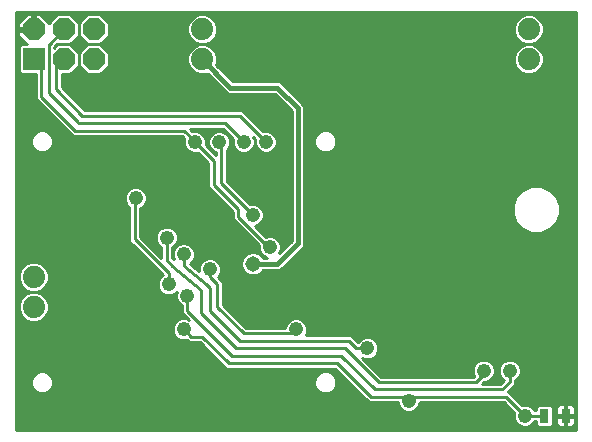
<source format=gbl>
G75*
G70*
%OFA0B0*%
%FSLAX24Y24*%
%IPPOS*%
%LPD*%
%AMOC8*
5,1,8,0,0,1.08239X$1,22.5*
%
%ADD10R,0.0740X0.0740*%
%ADD11OC8,0.0740*%
%ADD12C,0.0740*%
%ADD13R,0.0315X0.0472*%
%ADD14C,0.0515*%
%ADD15C,0.0100*%
%ADD16C,0.0554*%
%ADD17C,0.0476*%
%ADD18C,0.0160*%
D10*
X000910Y013121D03*
D11*
X001910Y013121D03*
X002910Y013121D03*
X002910Y014121D03*
X001910Y014121D03*
X000910Y014121D03*
D12*
X006535Y014121D03*
X006535Y013121D03*
X000910Y005871D03*
X000910Y004871D03*
X017410Y013121D03*
X017410Y014121D03*
D13*
X017931Y001246D03*
X018640Y001246D03*
D14*
X014285Y001184D03*
X012160Y001184D03*
X007910Y002371D03*
X008973Y004996D03*
X008223Y006309D03*
X010223Y008621D03*
X003035Y007746D03*
X000785Y008496D03*
X002410Y002371D03*
D15*
X000310Y000771D02*
X000310Y014717D01*
X019005Y014717D01*
X019005Y000771D01*
X000310Y000771D01*
X000310Y000773D02*
X019005Y000773D01*
X019005Y000872D02*
X018857Y000872D01*
X018855Y000870D02*
X018889Y000890D01*
X018917Y000918D01*
X018937Y000952D01*
X018947Y000990D01*
X018947Y001218D01*
X018669Y001218D01*
X018669Y001275D01*
X018947Y001275D01*
X018947Y001502D01*
X018937Y001540D01*
X018917Y001575D01*
X018889Y001603D01*
X018855Y001622D01*
X018817Y001633D01*
X018668Y001633D01*
X018668Y001275D01*
X018611Y001275D01*
X018611Y001633D01*
X018462Y001633D01*
X018424Y001622D01*
X018390Y001603D01*
X018362Y001575D01*
X018342Y001540D01*
X018332Y001502D01*
X018332Y001275D01*
X018611Y001275D01*
X018611Y001218D01*
X018332Y001218D01*
X018332Y000990D01*
X018342Y000952D01*
X018362Y000918D01*
X018390Y000890D01*
X018424Y000870D01*
X018462Y000860D01*
X018611Y000860D01*
X018611Y001217D01*
X018668Y001217D01*
X018668Y000860D01*
X018817Y000860D01*
X018855Y000870D01*
X018942Y000970D02*
X019005Y000970D01*
X019005Y001069D02*
X018947Y001069D01*
X018947Y001167D02*
X019005Y001167D01*
X019005Y001266D02*
X018669Y001266D01*
X018611Y001266D02*
X018218Y001266D01*
X018218Y001364D02*
X018332Y001364D01*
X018332Y001463D02*
X018218Y001463D01*
X018218Y001536D02*
X018142Y001613D01*
X017720Y001613D01*
X017643Y001536D01*
X017643Y001426D01*
X017609Y001426D01*
X017597Y001455D01*
X017494Y001558D01*
X017358Y001614D01*
X017212Y001614D01*
X017184Y001602D01*
X016840Y001946D01*
X016735Y002051D01*
X016720Y002051D01*
X016965Y002297D01*
X016965Y002423D01*
X016994Y002435D01*
X017097Y002538D01*
X017153Y002673D01*
X017153Y002819D01*
X017097Y002955D01*
X016994Y003058D01*
X016858Y003114D01*
X016712Y003114D01*
X016577Y003058D01*
X016473Y002955D01*
X016417Y002819D01*
X016417Y002673D01*
X016473Y002538D01*
X016577Y002435D01*
X016589Y002430D01*
X016461Y002301D01*
X015845Y002301D01*
X015922Y002379D01*
X015983Y002379D01*
X016119Y002435D01*
X016222Y002538D01*
X016278Y002673D01*
X016278Y002819D01*
X016222Y002955D01*
X016119Y003058D01*
X015983Y003114D01*
X015837Y003114D01*
X015702Y003058D01*
X015598Y002955D01*
X015542Y002819D01*
X015542Y002673D01*
X015591Y002556D01*
X015586Y002551D01*
X012485Y002551D01*
X011869Y003167D01*
X011962Y003129D01*
X012108Y003129D01*
X012244Y003185D01*
X012347Y003288D01*
X012403Y003423D01*
X012403Y003569D01*
X012347Y003705D01*
X012244Y003808D01*
X012108Y003864D01*
X011962Y003864D01*
X011827Y003808D01*
X011723Y003705D01*
X011718Y003693D01*
X011590Y003821D01*
X011485Y003926D01*
X009977Y003926D01*
X010028Y004048D01*
X010028Y004194D01*
X009972Y004330D01*
X009869Y004433D01*
X009733Y004489D01*
X009587Y004489D01*
X009452Y004433D01*
X009348Y004330D01*
X009292Y004194D01*
X009292Y004176D01*
X007985Y004176D01*
X007215Y004946D01*
X007215Y005696D01*
X007110Y005801D01*
X007048Y005864D01*
X007097Y005913D01*
X007153Y006048D01*
X007153Y006194D01*
X007097Y006330D01*
X006994Y006433D01*
X006858Y006489D01*
X006712Y006489D01*
X006577Y006433D01*
X006473Y006330D01*
X006417Y006194D01*
X006417Y006058D01*
X006116Y006309D01*
X006119Y006310D01*
X006222Y006413D01*
X006278Y006548D01*
X006278Y006694D01*
X006222Y006830D01*
X006119Y006933D01*
X005983Y006989D01*
X005837Y006989D01*
X005702Y006933D01*
X005598Y006830D01*
X005542Y006694D01*
X005542Y006548D01*
X005581Y006455D01*
X005529Y006507D01*
X005529Y006859D01*
X005557Y006871D01*
X005661Y006974D01*
X005717Y007109D01*
X005717Y007256D01*
X005661Y007391D01*
X005557Y007494D01*
X005422Y007550D01*
X005276Y007550D01*
X005141Y007494D01*
X005037Y007391D01*
X004981Y007256D01*
X004981Y007109D01*
X005037Y006974D01*
X005141Y006871D01*
X005169Y006859D01*
X005169Y006507D01*
X005169Y006492D01*
X004465Y007196D01*
X004465Y008162D01*
X004519Y008185D01*
X004622Y008288D01*
X004678Y008423D01*
X004678Y008569D01*
X004622Y008705D01*
X004519Y008808D01*
X004383Y008864D01*
X004237Y008864D01*
X004102Y008808D01*
X003998Y008705D01*
X003942Y008569D01*
X003942Y008423D01*
X003998Y008288D01*
X004102Y008185D01*
X004105Y008183D01*
X004105Y007047D01*
X004211Y006941D01*
X005214Y005938D01*
X005202Y005933D01*
X005098Y005830D01*
X005042Y005694D01*
X005042Y005548D01*
X005098Y005413D01*
X005202Y005310D01*
X005337Y005254D01*
X005483Y005254D01*
X005619Y005310D01*
X005695Y005386D01*
X005667Y005319D01*
X005667Y005173D01*
X005723Y005038D01*
X005827Y004935D01*
X005855Y004923D01*
X005855Y004672D01*
X005961Y004566D01*
X006077Y004451D01*
X005983Y004489D01*
X005837Y004489D01*
X005702Y004433D01*
X005598Y004330D01*
X005542Y004194D01*
X005542Y004048D01*
X005598Y003913D01*
X005702Y003810D01*
X005837Y003754D01*
X005983Y003754D01*
X006012Y003765D01*
X006086Y003691D01*
X006235Y003691D01*
X006461Y003691D01*
X007336Y002816D01*
X007485Y002816D01*
X010961Y002816D01*
X012086Y001691D01*
X012235Y001691D01*
X013042Y001691D01*
X013042Y001673D01*
X013098Y001538D01*
X013202Y001435D01*
X013337Y001379D01*
X013483Y001379D01*
X013619Y001435D01*
X013722Y001538D01*
X013778Y001673D01*
X013778Y001691D01*
X016586Y001691D01*
X016929Y001348D01*
X016917Y001319D01*
X016917Y001173D01*
X016973Y001038D01*
X017077Y000935D01*
X017212Y000879D01*
X017358Y000879D01*
X017494Y000935D01*
X017597Y001038D01*
X017609Y001066D01*
X017643Y001066D01*
X017643Y000956D01*
X017720Y000880D01*
X018142Y000880D01*
X018218Y000956D01*
X018218Y001536D01*
X018193Y001562D02*
X018355Y001562D01*
X018611Y001562D02*
X018668Y001562D01*
X018668Y001463D02*
X018611Y001463D01*
X018611Y001364D02*
X018668Y001364D01*
X018668Y001167D02*
X018611Y001167D01*
X018611Y001069D02*
X018668Y001069D01*
X018668Y000970D02*
X018611Y000970D01*
X018611Y000872D02*
X018668Y000872D01*
X018422Y000872D02*
X000310Y000872D01*
X000310Y000970D02*
X017041Y000970D01*
X016961Y001069D02*
X000310Y001069D01*
X000310Y001167D02*
X016920Y001167D01*
X016917Y001266D02*
X000310Y001266D01*
X000310Y001364D02*
X016913Y001364D01*
X016814Y001463D02*
X013647Y001463D01*
X013732Y001562D02*
X016715Y001562D01*
X016617Y001660D02*
X013773Y001660D01*
X013535Y001871D02*
X013410Y001746D01*
X013535Y001871D02*
X016660Y001871D01*
X017285Y001246D01*
X017931Y001246D01*
X017931Y001246D01*
X018218Y001167D02*
X018332Y001167D01*
X018332Y001069D02*
X018218Y001069D01*
X018218Y000970D02*
X018337Y000970D01*
X017643Y000970D02*
X017529Y000970D01*
X017589Y001463D02*
X017643Y001463D01*
X017669Y001562D02*
X017485Y001562D01*
X017126Y001660D02*
X019005Y001660D01*
X019005Y001562D02*
X018925Y001562D01*
X018947Y001463D02*
X019005Y001463D01*
X019005Y001364D02*
X018947Y001364D01*
X019005Y001759D02*
X017027Y001759D01*
X016929Y001857D02*
X019005Y001857D01*
X019005Y001956D02*
X016830Y001956D01*
X016723Y002054D02*
X019005Y002054D01*
X019005Y002153D02*
X016821Y002153D01*
X016920Y002251D02*
X019005Y002251D01*
X019005Y002350D02*
X016965Y002350D01*
X017007Y002448D02*
X019005Y002448D01*
X019005Y002547D02*
X017101Y002547D01*
X017142Y002646D02*
X019005Y002646D01*
X019005Y002744D02*
X017153Y002744D01*
X017143Y002843D02*
X019005Y002843D01*
X019005Y002941D02*
X017103Y002941D01*
X017012Y003040D02*
X019005Y003040D01*
X019005Y003138D02*
X012132Y003138D01*
X011996Y003040D02*
X015684Y003040D01*
X015593Y002941D02*
X012095Y002941D01*
X012193Y002843D02*
X015552Y002843D01*
X015542Y002744D02*
X012292Y002744D01*
X012391Y002646D02*
X015554Y002646D01*
X015660Y002371D02*
X015910Y002621D01*
X015910Y002746D01*
X016278Y002744D02*
X016417Y002744D01*
X016427Y002843D02*
X016268Y002843D01*
X016228Y002941D02*
X016468Y002941D01*
X016559Y003040D02*
X016137Y003040D01*
X016267Y002646D02*
X016429Y002646D01*
X016470Y002547D02*
X016226Y002547D01*
X016132Y002448D02*
X016563Y002448D01*
X016509Y002350D02*
X015893Y002350D01*
X015660Y002371D02*
X012410Y002371D01*
X011285Y003496D01*
X007660Y003496D01*
X006474Y004683D01*
X006474Y005433D01*
X005535Y006246D01*
X005349Y006433D01*
X005349Y007183D01*
X005664Y006981D02*
X005819Y006981D01*
X005705Y007080D02*
X008260Y007080D01*
X008358Y006981D02*
X006002Y006981D01*
X006169Y006883D02*
X008417Y006883D01*
X008417Y006922D02*
X008417Y006798D01*
X008473Y006663D01*
X008577Y006560D01*
X008675Y006519D01*
X008555Y006519D01*
X008551Y006528D01*
X008442Y006637D01*
X008300Y006696D01*
X008146Y006696D01*
X008003Y006637D01*
X007894Y006528D01*
X007835Y006386D01*
X007835Y006232D01*
X007894Y006089D01*
X008003Y005980D01*
X008146Y005921D01*
X008300Y005921D01*
X008442Y005980D01*
X008551Y006089D01*
X008555Y006099D01*
X008948Y006099D01*
X009122Y006099D01*
X009810Y006786D01*
X009933Y006909D01*
X009933Y011409D01*
X009933Y011583D01*
X009245Y012271D01*
X009122Y012394D01*
X007560Y012394D01*
X007005Y012949D01*
X007035Y013022D01*
X007035Y013221D01*
X006959Y013405D01*
X006818Y013545D01*
X006635Y013621D01*
X006436Y013621D01*
X006635Y013621D01*
X006818Y013697D01*
X006959Y013838D01*
X007035Y014022D01*
X007035Y014221D01*
X006959Y014405D01*
X006818Y014545D01*
X006635Y014621D01*
X006436Y014621D01*
X006252Y014545D01*
X006111Y014405D01*
X006035Y014221D01*
X006035Y014022D01*
X006111Y013838D01*
X006252Y013697D01*
X006436Y013621D01*
X006252Y013545D01*
X006111Y013405D01*
X006035Y013221D01*
X006035Y013022D01*
X006111Y012838D01*
X006252Y012697D01*
X006436Y012621D01*
X006635Y012621D01*
X006708Y012652D01*
X007386Y011974D01*
X007560Y011974D01*
X008948Y011974D01*
X009513Y011409D01*
X009513Y007083D01*
X009100Y006671D01*
X009153Y006798D01*
X009153Y006944D01*
X009097Y007080D01*
X009509Y007080D01*
X009513Y007179D02*
X008998Y007179D01*
X008994Y007183D02*
X008858Y007239D01*
X008712Y007239D01*
X008640Y007209D01*
X008610Y007239D01*
X008282Y007566D01*
X008296Y007566D01*
X008431Y007622D01*
X008535Y007726D01*
X008591Y007861D01*
X008591Y008007D01*
X008535Y008142D01*
X008431Y008246D01*
X008296Y008302D01*
X008150Y008302D01*
X008121Y008290D01*
X007340Y009071D01*
X007340Y009984D01*
X007340Y010094D01*
X007410Y010163D01*
X007466Y010298D01*
X007466Y010444D01*
X007410Y010580D01*
X007306Y010683D01*
X007171Y010739D01*
X007025Y010739D01*
X006889Y010683D01*
X006786Y010580D01*
X006730Y010444D01*
X006730Y010298D01*
X006786Y010163D01*
X006889Y010060D01*
X006980Y010022D01*
X006980Y009984D01*
X006980Y009931D01*
X006641Y010270D01*
X006653Y010298D01*
X006653Y010444D01*
X006597Y010580D01*
X006494Y010683D01*
X006358Y010739D01*
X006212Y010739D01*
X006199Y010734D01*
X006116Y010816D01*
X007211Y010816D01*
X007554Y010473D01*
X007542Y010444D01*
X007542Y010298D01*
X007598Y010163D01*
X007702Y010060D01*
X007837Y010004D01*
X007983Y010004D01*
X008119Y010060D01*
X008222Y010163D01*
X008278Y010298D01*
X008278Y010444D01*
X008239Y010538D01*
X008304Y010473D01*
X008292Y010444D01*
X008292Y010298D01*
X008348Y010163D01*
X008452Y010060D01*
X008587Y010004D01*
X008733Y010004D01*
X008869Y010060D01*
X008972Y010163D01*
X009028Y010298D01*
X009028Y010444D01*
X008972Y010580D01*
X008869Y010683D01*
X008733Y010739D01*
X008587Y010739D01*
X008559Y010727D01*
X007965Y011321D01*
X007860Y011426D01*
X002610Y011426D01*
X001840Y012196D01*
X001840Y012621D01*
X002117Y012621D01*
X002410Y012914D01*
X002703Y012621D01*
X003117Y012621D01*
X003410Y012914D01*
X003410Y013328D01*
X003117Y013621D01*
X002703Y013621D01*
X002410Y013328D01*
X002410Y012914D01*
X002410Y013328D01*
X002117Y013621D01*
X001703Y013621D01*
X001590Y013508D01*
X001590Y013547D01*
X001684Y013641D01*
X001703Y013621D01*
X002117Y013621D01*
X002410Y013914D01*
X002703Y013621D01*
X003117Y013621D01*
X003410Y013914D01*
X003410Y014328D01*
X003117Y014621D01*
X002703Y014621D01*
X002410Y014328D01*
X002410Y013914D01*
X002410Y014328D01*
X002117Y014621D01*
X001703Y014621D01*
X001424Y014343D01*
X001126Y014641D01*
X000960Y014641D01*
X000960Y014171D01*
X000860Y014171D01*
X000860Y014071D01*
X000390Y014071D01*
X000390Y013906D01*
X000675Y013621D01*
X000486Y013621D01*
X000410Y013545D01*
X000410Y012697D01*
X000486Y012621D01*
X000980Y012621D01*
X000980Y011797D01*
X001086Y011691D01*
X002211Y010566D01*
X002360Y010566D01*
X005857Y010566D01*
X005935Y010488D01*
X005917Y010444D01*
X005917Y010298D01*
X005973Y010163D01*
X006077Y010060D01*
X006212Y010004D01*
X006358Y010004D01*
X006387Y010015D01*
X006730Y009672D01*
X006730Y009008D01*
X006730Y008859D01*
X007543Y008047D01*
X007543Y007946D01*
X007543Y007797D01*
X008417Y006922D01*
X008423Y006784D02*
X006241Y006784D01*
X006278Y006686D02*
X008120Y006686D01*
X007953Y006587D02*
X006278Y006587D01*
X006253Y006489D02*
X006711Y006489D01*
X006859Y006489D02*
X007878Y006489D01*
X007837Y006390D02*
X007036Y006390D01*
X007113Y006292D02*
X007835Y006292D01*
X007851Y006193D02*
X007153Y006193D01*
X007153Y006095D02*
X007892Y006095D01*
X007988Y005996D02*
X007131Y005996D01*
X007081Y005897D02*
X019005Y005897D01*
X019005Y005799D02*
X007112Y005799D01*
X007211Y005700D02*
X019005Y005700D01*
X019005Y005602D02*
X007215Y005602D01*
X007215Y005503D02*
X019005Y005503D01*
X019005Y005405D02*
X007215Y005405D01*
X007215Y005306D02*
X019005Y005306D01*
X019005Y005208D02*
X007215Y005208D01*
X007215Y005109D02*
X019005Y005109D01*
X019005Y005011D02*
X007215Y005011D01*
X007249Y004912D02*
X019005Y004912D01*
X019005Y004814D02*
X007348Y004814D01*
X007446Y004715D02*
X019005Y004715D01*
X019005Y004616D02*
X007545Y004616D01*
X007643Y004518D02*
X019005Y004518D01*
X019005Y004419D02*
X009882Y004419D01*
X009976Y004321D02*
X019005Y004321D01*
X019005Y004222D02*
X010016Y004222D01*
X010028Y004124D02*
X019005Y004124D01*
X019005Y004025D02*
X010018Y004025D01*
X009978Y003927D02*
X019005Y003927D01*
X019005Y003828D02*
X012195Y003828D01*
X012322Y003730D02*
X019005Y003730D01*
X019005Y003631D02*
X012378Y003631D01*
X012403Y003532D02*
X019005Y003532D01*
X019005Y003434D02*
X012403Y003434D01*
X012367Y003335D02*
X019005Y003335D01*
X019005Y003237D02*
X012296Y003237D01*
X012035Y003496D02*
X011660Y003496D01*
X011410Y003746D01*
X007785Y003746D01*
X006785Y004746D01*
X006785Y005496D01*
X006660Y005621D01*
X005910Y006246D01*
X005910Y006621D01*
X005567Y006489D02*
X005547Y006489D01*
X005542Y006587D02*
X005529Y006587D01*
X005529Y006686D02*
X005542Y006686D01*
X005529Y006784D02*
X005580Y006784D01*
X005569Y006883D02*
X005652Y006883D01*
X005717Y007179D02*
X008161Y007179D01*
X008062Y007277D02*
X005708Y007277D01*
X005667Y007376D02*
X007964Y007376D01*
X007865Y007474D02*
X005577Y007474D01*
X005120Y007474D02*
X004465Y007474D01*
X004465Y007376D02*
X005031Y007376D01*
X004990Y007277D02*
X004465Y007277D01*
X004482Y007179D02*
X004981Y007179D01*
X004993Y007080D02*
X004581Y007080D01*
X004680Y006981D02*
X005034Y006981D01*
X005128Y006883D02*
X004778Y006883D01*
X004877Y006784D02*
X005169Y006784D01*
X005169Y006686D02*
X004975Y006686D01*
X005074Y006587D02*
X005169Y006587D01*
X004860Y006292D02*
X001197Y006292D01*
X001193Y006295D02*
X001010Y006371D01*
X000811Y006371D01*
X000627Y006295D01*
X000486Y006155D01*
X000410Y005971D01*
X000410Y005772D01*
X000486Y005588D01*
X000627Y005447D01*
X000811Y005371D01*
X001010Y005371D01*
X000811Y005371D01*
X000627Y005295D01*
X000486Y005155D01*
X000410Y004971D01*
X000410Y004772D01*
X000486Y004588D01*
X000627Y004447D01*
X000811Y004371D01*
X001010Y004371D01*
X001193Y004447D01*
X001334Y004588D01*
X001410Y004772D01*
X001410Y004971D01*
X001334Y005155D01*
X001193Y005295D01*
X001010Y005371D01*
X001193Y005447D01*
X001334Y005588D01*
X001410Y005772D01*
X001410Y005971D01*
X001334Y006155D01*
X001193Y006295D01*
X001296Y006193D02*
X004959Y006193D01*
X005057Y006095D02*
X001359Y006095D01*
X001400Y005996D02*
X005156Y005996D01*
X005166Y005897D02*
X001410Y005897D01*
X001410Y005799D02*
X005086Y005799D01*
X005045Y005700D02*
X001381Y005700D01*
X001340Y005602D02*
X005042Y005602D01*
X005061Y005503D02*
X001249Y005503D01*
X001090Y005405D02*
X005107Y005405D01*
X005210Y005306D02*
X001167Y005306D01*
X001281Y005208D02*
X005667Y005208D01*
X005667Y005306D02*
X005611Y005306D01*
X005694Y005109D02*
X001353Y005109D01*
X001394Y005011D02*
X005751Y005011D01*
X005855Y004912D02*
X001410Y004912D01*
X001410Y004814D02*
X005855Y004814D01*
X005855Y004715D02*
X001387Y004715D01*
X001346Y004616D02*
X005911Y004616D01*
X006009Y004518D02*
X001264Y004518D01*
X001126Y004419D02*
X005688Y004419D01*
X005595Y004321D02*
X000310Y004321D01*
X000310Y004419D02*
X000695Y004419D01*
X000557Y004518D02*
X000310Y004518D01*
X000310Y004616D02*
X000475Y004616D01*
X000434Y004715D02*
X000310Y004715D01*
X000310Y004814D02*
X000410Y004814D01*
X000410Y004912D02*
X000310Y004912D01*
X000310Y005011D02*
X000427Y005011D01*
X000468Y005109D02*
X000310Y005109D01*
X000310Y005208D02*
X000539Y005208D01*
X000654Y005306D02*
X000310Y005306D01*
X000310Y005405D02*
X000730Y005405D01*
X000571Y005503D02*
X000310Y005503D01*
X000310Y005602D02*
X000481Y005602D01*
X000440Y005700D02*
X000310Y005700D01*
X000310Y005799D02*
X000410Y005799D01*
X000410Y005897D02*
X000310Y005897D01*
X000310Y005996D02*
X000421Y005996D01*
X000462Y006095D02*
X000310Y006095D01*
X000310Y006193D02*
X000525Y006193D01*
X000623Y006292D02*
X000310Y006292D01*
X000310Y006390D02*
X004762Y006390D01*
X004663Y006489D02*
X000310Y006489D01*
X000310Y006587D02*
X004565Y006587D01*
X004466Y006686D02*
X000310Y006686D01*
X000310Y006784D02*
X004368Y006784D01*
X004269Y006883D02*
X000310Y006883D01*
X000310Y006981D02*
X004171Y006981D01*
X004211Y006941D02*
X004211Y006941D01*
X004105Y007080D02*
X000310Y007080D01*
X000310Y007179D02*
X004105Y007179D01*
X004105Y007277D02*
X000310Y007277D01*
X000310Y007376D02*
X004105Y007376D01*
X004105Y007474D02*
X000310Y007474D01*
X000310Y007573D02*
X004105Y007573D01*
X004105Y007671D02*
X000310Y007671D01*
X000310Y007770D02*
X004105Y007770D01*
X004105Y007868D02*
X000310Y007868D01*
X000310Y007967D02*
X004105Y007967D01*
X004105Y008065D02*
X000310Y008065D01*
X000310Y008164D02*
X004105Y008164D01*
X004024Y008263D02*
X000310Y008263D01*
X000310Y008361D02*
X003968Y008361D01*
X003942Y008460D02*
X000310Y008460D01*
X000310Y008558D02*
X003942Y008558D01*
X003979Y008657D02*
X000310Y008657D01*
X000310Y008755D02*
X004049Y008755D01*
X004212Y008854D02*
X000310Y008854D01*
X000310Y008952D02*
X006730Y008952D01*
X006736Y008854D02*
X004408Y008854D01*
X004571Y008755D02*
X006834Y008755D01*
X006933Y008657D02*
X004642Y008657D01*
X004678Y008558D02*
X007031Y008558D01*
X007130Y008460D02*
X004678Y008460D01*
X004652Y008361D02*
X007228Y008361D01*
X007327Y008263D02*
X004597Y008263D01*
X004469Y008164D02*
X007426Y008164D01*
X007524Y008065D02*
X004465Y008065D01*
X004465Y007967D02*
X007543Y007967D01*
X007543Y007868D02*
X004465Y007868D01*
X004465Y007770D02*
X007570Y007770D01*
X007668Y007671D02*
X004465Y007671D01*
X004465Y007573D02*
X007767Y007573D01*
X007723Y007871D02*
X008535Y007059D01*
X008723Y006871D01*
X008785Y006871D01*
X008464Y006686D02*
X008325Y006686D01*
X008492Y006587D02*
X008549Y006587D01*
X008553Y006095D02*
X019005Y006095D01*
X019005Y006193D02*
X009216Y006193D01*
X009315Y006292D02*
X019005Y006292D01*
X019005Y006390D02*
X009414Y006390D01*
X009512Y006489D02*
X019005Y006489D01*
X019005Y006587D02*
X009611Y006587D01*
X009709Y006686D02*
X019005Y006686D01*
X019005Y006784D02*
X009808Y006784D01*
X009906Y006883D02*
X019005Y006883D01*
X019005Y006981D02*
X009933Y006981D01*
X009933Y007080D02*
X019005Y007080D01*
X019005Y007179D02*
X009933Y007179D01*
X009933Y007277D02*
X019005Y007277D01*
X019005Y007376D02*
X017898Y007376D01*
X017815Y007341D02*
X018102Y007460D01*
X018321Y007680D01*
X018440Y007966D01*
X018440Y008276D01*
X018321Y008563D01*
X018102Y008782D01*
X017815Y008901D01*
X017505Y008901D01*
X017218Y008782D01*
X016999Y008563D01*
X016880Y008276D01*
X016880Y007966D01*
X016999Y007680D01*
X017218Y007460D01*
X017505Y007341D01*
X017815Y007341D01*
X018116Y007474D02*
X019005Y007474D01*
X019005Y007573D02*
X018215Y007573D01*
X018313Y007671D02*
X019005Y007671D01*
X019005Y007770D02*
X018359Y007770D01*
X018400Y007868D02*
X019005Y007868D01*
X019005Y007967D02*
X018440Y007967D01*
X018440Y008065D02*
X019005Y008065D01*
X019005Y008164D02*
X018440Y008164D01*
X018440Y008263D02*
X019005Y008263D01*
X019005Y008361D02*
X018405Y008361D01*
X018364Y008460D02*
X019005Y008460D01*
X019005Y008558D02*
X018323Y008558D01*
X018228Y008657D02*
X019005Y008657D01*
X019005Y008755D02*
X018129Y008755D01*
X017930Y008854D02*
X019005Y008854D01*
X019005Y008952D02*
X009933Y008952D01*
X009933Y008854D02*
X017391Y008854D01*
X017191Y008755D02*
X009933Y008755D01*
X009933Y008657D02*
X017093Y008657D01*
X016997Y008558D02*
X009933Y008558D01*
X009933Y008460D02*
X016956Y008460D01*
X016915Y008361D02*
X009933Y008361D01*
X009933Y008263D02*
X016880Y008263D01*
X016880Y008164D02*
X009933Y008164D01*
X009933Y008065D02*
X016880Y008065D01*
X016880Y007967D02*
X009933Y007967D01*
X009933Y007868D02*
X016921Y007868D01*
X016962Y007770D02*
X009933Y007770D01*
X009933Y007671D02*
X017007Y007671D01*
X017106Y007573D02*
X009933Y007573D01*
X009933Y007474D02*
X017204Y007474D01*
X017422Y007376D02*
X009933Y007376D01*
X009513Y007376D02*
X008473Y007376D01*
X008374Y007474D02*
X009513Y007474D01*
X009513Y007573D02*
X008312Y007573D01*
X008480Y007671D02*
X009513Y007671D01*
X009513Y007770D02*
X008553Y007770D01*
X008591Y007868D02*
X009513Y007868D01*
X009513Y007967D02*
X008591Y007967D01*
X008566Y008065D02*
X009513Y008065D01*
X009513Y008164D02*
X008513Y008164D01*
X008390Y008263D02*
X009513Y008263D01*
X009513Y008361D02*
X008050Y008361D01*
X007951Y008460D02*
X009513Y008460D01*
X009513Y008558D02*
X007853Y008558D01*
X007754Y008657D02*
X009513Y008657D01*
X009513Y008755D02*
X007656Y008755D01*
X007557Y008854D02*
X009513Y008854D01*
X009513Y008952D02*
X007459Y008952D01*
X007360Y009051D02*
X009513Y009051D01*
X009513Y009149D02*
X007340Y009149D01*
X007340Y009248D02*
X009513Y009248D01*
X009513Y009346D02*
X007340Y009346D01*
X007340Y009445D02*
X009513Y009445D01*
X009513Y009544D02*
X007340Y009544D01*
X007340Y009642D02*
X009513Y009642D01*
X009513Y009741D02*
X007340Y009741D01*
X007340Y009839D02*
X009513Y009839D01*
X009513Y009938D02*
X007340Y009938D01*
X007340Y010036D02*
X007758Y010036D01*
X007627Y010135D02*
X007381Y010135D01*
X007439Y010233D02*
X007569Y010233D01*
X007542Y010332D02*
X007466Y010332D01*
X007466Y010430D02*
X007542Y010430D01*
X007498Y010529D02*
X007431Y010529D01*
X007399Y010628D02*
X007362Y010628D01*
X007301Y010726D02*
X007202Y010726D01*
X006993Y010726D02*
X006390Y010726D01*
X006549Y010628D02*
X006834Y010628D01*
X006765Y010529D02*
X006618Y010529D01*
X006653Y010430D02*
X006730Y010430D01*
X006730Y010332D02*
X006653Y010332D01*
X006678Y010233D02*
X006757Y010233D01*
X006776Y010135D02*
X006814Y010135D01*
X006875Y010036D02*
X006946Y010036D01*
X006973Y009938D02*
X006980Y009938D01*
X007160Y010059D02*
X007160Y010309D01*
X007098Y010371D01*
X007160Y010059D02*
X007160Y008996D01*
X008223Y007934D01*
X007723Y007871D02*
X007723Y008121D01*
X006910Y008934D01*
X006910Y009746D01*
X006285Y010371D01*
X006285Y010392D01*
X005931Y010746D01*
X002285Y010746D01*
X001160Y011871D01*
X001160Y012996D01*
X001035Y013121D01*
X000910Y013121D01*
X000410Y013091D02*
X000310Y013091D01*
X000310Y012993D02*
X000410Y012993D01*
X000410Y012894D02*
X000310Y012894D01*
X000310Y012796D02*
X000410Y012796D01*
X000411Y012697D02*
X000310Y012697D01*
X000310Y012598D02*
X000980Y012598D01*
X000980Y012500D02*
X000310Y012500D01*
X000310Y012401D02*
X000980Y012401D01*
X000980Y012303D02*
X000310Y012303D01*
X000310Y012204D02*
X000980Y012204D01*
X000980Y012106D02*
X000310Y012106D01*
X000310Y012007D02*
X000980Y012007D01*
X000980Y011909D02*
X000310Y011909D01*
X000310Y011810D02*
X000980Y011810D01*
X001065Y011712D02*
X000310Y011712D01*
X000310Y011613D02*
X001164Y011613D01*
X001263Y011514D02*
X000310Y011514D01*
X000310Y011416D02*
X001361Y011416D01*
X001460Y011317D02*
X000310Y011317D01*
X000310Y011219D02*
X001558Y011219D01*
X001657Y011120D02*
X000310Y011120D01*
X000310Y011022D02*
X001755Y011022D01*
X001854Y010923D02*
X000310Y010923D01*
X000310Y010825D02*
X001952Y010825D01*
X002051Y010726D02*
X001325Y010726D01*
X001259Y010754D02*
X001393Y010698D01*
X001497Y010595D01*
X001552Y010460D01*
X001552Y010314D01*
X001497Y010179D01*
X001393Y010076D01*
X001259Y010021D01*
X001113Y010021D01*
X000978Y010076D01*
X000875Y010179D01*
X000819Y010314D01*
X000819Y010460D01*
X000875Y010595D01*
X000978Y010698D01*
X001113Y010754D01*
X001259Y010754D01*
X001047Y010726D02*
X000310Y010726D01*
X000310Y010628D02*
X000908Y010628D01*
X000848Y010529D02*
X000310Y010529D01*
X000310Y010430D02*
X000819Y010430D01*
X000819Y010332D02*
X000310Y010332D01*
X000310Y010233D02*
X000853Y010233D01*
X000920Y010135D02*
X000310Y010135D01*
X000310Y010036D02*
X001075Y010036D01*
X001297Y010036D02*
X006133Y010036D01*
X006002Y010135D02*
X001452Y010135D01*
X001519Y010233D02*
X005944Y010233D01*
X005917Y010332D02*
X001552Y010332D01*
X001552Y010430D02*
X005917Y010430D01*
X005894Y010529D02*
X001524Y010529D01*
X001464Y010628D02*
X002149Y010628D01*
X002381Y011026D02*
X001410Y011996D01*
X001410Y013580D01*
X001440Y013651D02*
X001910Y014121D01*
X002277Y013781D02*
X002544Y013781D01*
X002642Y013682D02*
X002178Y013682D01*
X002155Y013584D02*
X002666Y013584D01*
X002567Y013485D02*
X002253Y013485D01*
X002352Y013387D02*
X002469Y013387D01*
X002410Y013288D02*
X002410Y013288D01*
X002410Y013190D02*
X002410Y013190D01*
X002410Y013091D02*
X002410Y013091D01*
X002410Y012993D02*
X002410Y012993D01*
X002390Y012894D02*
X002430Y012894D01*
X002529Y012796D02*
X002291Y012796D01*
X002193Y012697D02*
X002627Y012697D01*
X003193Y012697D02*
X006253Y012697D01*
X006154Y012796D02*
X003291Y012796D01*
X003390Y012894D02*
X006088Y012894D01*
X006047Y012993D02*
X003410Y012993D01*
X003410Y013091D02*
X006035Y013091D01*
X006035Y013190D02*
X003410Y013190D01*
X003410Y013288D02*
X006063Y013288D01*
X006104Y013387D02*
X003352Y013387D01*
X003253Y013485D02*
X006192Y013485D01*
X006345Y013584D02*
X003155Y013584D01*
X003178Y013682D02*
X006288Y013682D01*
X006169Y013781D02*
X003277Y013781D01*
X003375Y013879D02*
X006094Y013879D01*
X006053Y013978D02*
X003410Y013978D01*
X003410Y014077D02*
X006035Y014077D01*
X006035Y014175D02*
X003410Y014175D01*
X003410Y014274D02*
X006057Y014274D01*
X006098Y014372D02*
X003366Y014372D01*
X003268Y014471D02*
X006178Y014471D01*
X006310Y014569D02*
X003169Y014569D01*
X002651Y014569D02*
X002169Y014569D01*
X002268Y014471D02*
X002553Y014471D01*
X002454Y014372D02*
X002366Y014372D01*
X002410Y014274D02*
X002410Y014274D01*
X002410Y014175D02*
X002410Y014175D01*
X002410Y014077D02*
X002410Y014077D01*
X002410Y013978D02*
X002410Y013978D01*
X002375Y013879D02*
X002445Y013879D01*
X001666Y013584D02*
X001627Y013584D01*
X001439Y013651D02*
X001429Y013639D01*
X001421Y013625D01*
X001415Y013611D01*
X001411Y013596D01*
X001410Y013580D01*
X001411Y013596D01*
X001415Y013611D01*
X001421Y013625D01*
X001429Y013639D01*
X001439Y013651D01*
X001785Y013121D02*
X001910Y013121D01*
X001785Y013121D02*
X001660Y012996D01*
X001660Y012121D01*
X002535Y011246D01*
X007785Y011246D01*
X008660Y010371D01*
X009001Y010233D02*
X009513Y010233D01*
X009513Y010135D02*
X008944Y010135D01*
X008812Y010036D02*
X009513Y010036D01*
X009513Y010332D02*
X009028Y010332D01*
X009028Y010430D02*
X009513Y010430D01*
X009513Y010529D02*
X008993Y010529D01*
X008924Y010628D02*
X009513Y010628D01*
X009513Y010726D02*
X008765Y010726D01*
X008461Y010825D02*
X009513Y010825D01*
X009513Y010923D02*
X008363Y010923D01*
X008264Y011022D02*
X009513Y011022D01*
X009513Y011120D02*
X008166Y011120D01*
X008067Y011219D02*
X009513Y011219D01*
X009513Y011317D02*
X007969Y011317D01*
X007870Y011416D02*
X009506Y011416D01*
X009408Y011514D02*
X002522Y011514D01*
X002423Y011613D02*
X009309Y011613D01*
X009211Y011712D02*
X002325Y011712D01*
X002226Y011810D02*
X009112Y011810D01*
X009013Y011909D02*
X002127Y011909D01*
X002029Y012007D02*
X007352Y012007D01*
X007254Y012106D02*
X001930Y012106D01*
X001840Y012204D02*
X007155Y012204D01*
X007057Y012303D02*
X001840Y012303D01*
X001840Y012401D02*
X006958Y012401D01*
X006860Y012500D02*
X001840Y012500D01*
X001840Y012598D02*
X006761Y012598D01*
X007059Y012894D02*
X016963Y012894D01*
X016986Y012838D02*
X017127Y012697D01*
X017311Y012621D01*
X017510Y012621D01*
X017693Y012697D01*
X017834Y012838D01*
X017910Y013022D01*
X017910Y013221D01*
X017834Y013405D01*
X017693Y013545D01*
X017510Y013621D01*
X017311Y013621D01*
X017127Y013545D01*
X016986Y013405D01*
X016910Y013221D01*
X016910Y013022D01*
X016986Y012838D01*
X017029Y012796D02*
X007158Y012796D01*
X007257Y012697D02*
X017128Y012697D01*
X016922Y012993D02*
X007023Y012993D01*
X007035Y013091D02*
X016910Y013091D01*
X016910Y013190D02*
X007035Y013190D01*
X007007Y013288D02*
X016938Y013288D01*
X016979Y013387D02*
X006966Y013387D01*
X006878Y013485D02*
X017067Y013485D01*
X017220Y013584D02*
X006725Y013584D01*
X006782Y013682D02*
X017163Y013682D01*
X017127Y013697D02*
X017311Y013621D01*
X017510Y013621D01*
X017693Y013697D01*
X017834Y013838D01*
X017910Y014022D01*
X017910Y014221D01*
X017834Y014405D01*
X017693Y014545D01*
X017510Y014621D01*
X017311Y014621D01*
X017127Y014545D01*
X016986Y014405D01*
X016910Y014221D01*
X016910Y014022D01*
X016986Y013838D01*
X017127Y013697D01*
X017044Y013781D02*
X006902Y013781D01*
X006976Y013879D02*
X016969Y013879D01*
X016928Y013978D02*
X007017Y013978D01*
X007035Y014077D02*
X016910Y014077D01*
X016910Y014175D02*
X007035Y014175D01*
X007013Y014274D02*
X016932Y014274D01*
X016973Y014372D02*
X006973Y014372D01*
X006893Y014471D02*
X017053Y014471D01*
X017185Y014569D02*
X006760Y014569D01*
X007355Y012598D02*
X019005Y012598D01*
X019005Y012500D02*
X007454Y012500D01*
X007552Y012401D02*
X019005Y012401D01*
X019005Y012303D02*
X009213Y012303D01*
X009312Y012204D02*
X019005Y012204D01*
X019005Y012106D02*
X009410Y012106D01*
X009509Y012007D02*
X019005Y012007D01*
X019005Y011909D02*
X009607Y011909D01*
X009706Y011810D02*
X019005Y011810D01*
X019005Y011712D02*
X009804Y011712D01*
X009903Y011613D02*
X019005Y011613D01*
X019005Y011514D02*
X009933Y011514D01*
X009933Y011416D02*
X019005Y011416D01*
X019005Y011317D02*
X009933Y011317D01*
X009933Y011219D02*
X019005Y011219D01*
X019005Y011120D02*
X009933Y011120D01*
X009933Y011022D02*
X019005Y011022D01*
X019005Y010923D02*
X009933Y010923D01*
X009933Y010825D02*
X019005Y010825D01*
X019005Y010726D02*
X010774Y010726D01*
X010708Y010754D02*
X010842Y010698D01*
X010945Y010595D01*
X011001Y010460D01*
X011001Y010314D01*
X010945Y010179D01*
X010842Y010076D01*
X010708Y010021D01*
X010562Y010021D01*
X010427Y010076D01*
X010324Y010179D01*
X010268Y010314D01*
X010268Y010460D01*
X010324Y010595D01*
X010427Y010698D01*
X010562Y010754D01*
X010708Y010754D01*
X010495Y010726D02*
X009933Y010726D01*
X009933Y010628D02*
X010357Y010628D01*
X010297Y010529D02*
X009933Y010529D01*
X009933Y010430D02*
X010268Y010430D01*
X010268Y010332D02*
X009933Y010332D01*
X009933Y010233D02*
X010302Y010233D01*
X010369Y010135D02*
X009933Y010135D01*
X009933Y010036D02*
X010524Y010036D01*
X010746Y010036D02*
X019005Y010036D01*
X019005Y009938D02*
X009933Y009938D01*
X009933Y009839D02*
X019005Y009839D01*
X019005Y009741D02*
X009933Y009741D01*
X009933Y009642D02*
X019005Y009642D01*
X019005Y009544D02*
X009933Y009544D01*
X009933Y009445D02*
X019005Y009445D01*
X019005Y009346D02*
X009933Y009346D01*
X009933Y009248D02*
X019005Y009248D01*
X019005Y009149D02*
X009933Y009149D01*
X009933Y009051D02*
X019005Y009051D01*
X019005Y010135D02*
X010901Y010135D01*
X010968Y010233D02*
X019005Y010233D01*
X019005Y010332D02*
X011001Y010332D01*
X011001Y010430D02*
X019005Y010430D01*
X019005Y010529D02*
X010973Y010529D01*
X010912Y010628D02*
X019005Y010628D01*
X019005Y012697D02*
X017692Y012697D01*
X017791Y012796D02*
X019005Y012796D01*
X019005Y012894D02*
X017857Y012894D01*
X017898Y012993D02*
X019005Y012993D01*
X019005Y013091D02*
X017910Y013091D01*
X017910Y013190D02*
X019005Y013190D01*
X019005Y013288D02*
X017882Y013288D01*
X017841Y013387D02*
X019005Y013387D01*
X019005Y013485D02*
X017753Y013485D01*
X017600Y013584D02*
X019005Y013584D01*
X019005Y013682D02*
X017657Y013682D01*
X017777Y013781D02*
X019005Y013781D01*
X019005Y013879D02*
X017851Y013879D01*
X017892Y013978D02*
X019005Y013978D01*
X019005Y014077D02*
X017910Y014077D01*
X017910Y014175D02*
X019005Y014175D01*
X019005Y014274D02*
X017888Y014274D01*
X017848Y014372D02*
X019005Y014372D01*
X019005Y014471D02*
X017768Y014471D01*
X017635Y014569D02*
X019005Y014569D01*
X019005Y014668D02*
X000310Y014668D01*
X000310Y014569D02*
X000623Y014569D01*
X000695Y014641D02*
X000390Y014337D01*
X000390Y014171D01*
X000860Y014171D01*
X000860Y014641D01*
X000695Y014641D01*
X000860Y014569D02*
X000960Y014569D01*
X000960Y014471D02*
X000860Y014471D01*
X000860Y014372D02*
X000960Y014372D01*
X000960Y014274D02*
X000860Y014274D01*
X000860Y014175D02*
X000960Y014175D01*
X000860Y014077D02*
X000310Y014077D01*
X000310Y014175D02*
X000390Y014175D01*
X000390Y014274D02*
X000310Y014274D01*
X000310Y014372D02*
X000426Y014372D01*
X000524Y014471D02*
X000310Y014471D01*
X000310Y013978D02*
X000390Y013978D01*
X000417Y013879D02*
X000310Y013879D01*
X000310Y013781D02*
X000515Y013781D01*
X000614Y013682D02*
X000310Y013682D01*
X000310Y013584D02*
X000449Y013584D01*
X000410Y013485D02*
X000310Y013485D01*
X000310Y013387D02*
X000410Y013387D01*
X000410Y013288D02*
X000310Y013288D01*
X000310Y013190D02*
X000410Y013190D01*
X001395Y014372D02*
X001454Y014372D01*
X001553Y014471D02*
X001296Y014471D01*
X001198Y014569D02*
X001651Y014569D01*
X002381Y011025D02*
X002393Y011015D01*
X002407Y011007D01*
X002421Y011001D01*
X002436Y010997D01*
X002452Y010996D01*
X007285Y010996D01*
X007910Y010371D01*
X008251Y010233D02*
X008319Y010233D01*
X008292Y010332D02*
X008278Y010332D01*
X008278Y010430D02*
X008292Y010430D01*
X008248Y010529D02*
X008243Y010529D01*
X008194Y010135D02*
X008377Y010135D01*
X008508Y010036D02*
X008062Y010036D01*
X006730Y009642D02*
X000310Y009642D01*
X000310Y009544D02*
X006730Y009544D01*
X006730Y009445D02*
X000310Y009445D01*
X000310Y009346D02*
X006730Y009346D01*
X006730Y009248D02*
X000310Y009248D01*
X000310Y009149D02*
X006730Y009149D01*
X006730Y009051D02*
X000310Y009051D01*
X000310Y009741D02*
X006661Y009741D01*
X006563Y009839D02*
X000310Y009839D01*
X000310Y009938D02*
X006464Y009938D01*
X004310Y008496D02*
X004285Y008471D01*
X004285Y007121D01*
X005410Y005996D01*
X005410Y005621D01*
X006035Y005246D02*
X006035Y004746D01*
X007535Y003246D01*
X011160Y003246D01*
X012285Y002121D01*
X016535Y002121D01*
X016785Y002371D01*
X016785Y002746D01*
X013535Y001871D02*
X012160Y001871D01*
X011035Y002996D01*
X007410Y002996D01*
X006535Y003871D01*
X006160Y003871D01*
X005910Y004121D01*
X005542Y004124D02*
X000310Y004124D01*
X000310Y004222D02*
X005554Y004222D01*
X005552Y004025D02*
X000310Y004025D01*
X000310Y003927D02*
X005593Y003927D01*
X005683Y003828D02*
X000310Y003828D01*
X000310Y003730D02*
X006047Y003730D01*
X006521Y003631D02*
X000310Y003631D01*
X000310Y003532D02*
X006620Y003532D01*
X006718Y003434D02*
X000310Y003434D01*
X000310Y003335D02*
X006817Y003335D01*
X006915Y003237D02*
X000310Y003237D01*
X000310Y003138D02*
X007014Y003138D01*
X007112Y003040D02*
X000310Y003040D01*
X000310Y002941D02*
X007211Y002941D01*
X007309Y002843D02*
X000310Y002843D01*
X000310Y002744D02*
X011033Y002744D01*
X011131Y002646D02*
X010863Y002646D01*
X010842Y002666D02*
X010708Y002722D01*
X010562Y002722D01*
X010427Y002666D01*
X010324Y002563D01*
X010268Y002429D01*
X010268Y002283D01*
X010324Y002148D01*
X010427Y002045D01*
X010562Y001989D01*
X010708Y001989D01*
X010842Y002045D01*
X010945Y002148D01*
X011001Y002283D01*
X011001Y002429D01*
X010945Y002563D01*
X010842Y002666D01*
X010952Y002547D02*
X011230Y002547D01*
X011329Y002448D02*
X010993Y002448D01*
X011001Y002350D02*
X011427Y002350D01*
X011526Y002251D02*
X010988Y002251D01*
X010947Y002153D02*
X011624Y002153D01*
X011723Y002054D02*
X010852Y002054D01*
X010418Y002054D02*
X001403Y002054D01*
X001393Y002045D02*
X001497Y002148D01*
X001552Y002283D01*
X001552Y002429D01*
X001497Y002563D01*
X001393Y002666D01*
X001259Y002722D01*
X001113Y002722D01*
X000978Y002666D01*
X000875Y002563D01*
X000819Y002429D01*
X000819Y002283D01*
X000875Y002148D01*
X000978Y002045D01*
X001113Y001989D01*
X001259Y001989D01*
X001393Y002045D01*
X001499Y002153D02*
X010322Y002153D01*
X010281Y002251D02*
X001539Y002251D01*
X001552Y002350D02*
X010268Y002350D01*
X010276Y002448D02*
X001544Y002448D01*
X001503Y002547D02*
X010317Y002547D01*
X010406Y002646D02*
X001414Y002646D01*
X000957Y002646D02*
X000310Y002646D01*
X000310Y002547D02*
X000868Y002547D01*
X000828Y002448D02*
X000310Y002448D01*
X000310Y002350D02*
X000819Y002350D01*
X000832Y002251D02*
X000310Y002251D01*
X000310Y002153D02*
X000873Y002153D01*
X000969Y002054D02*
X000310Y002054D01*
X000310Y001956D02*
X011821Y001956D01*
X011920Y001857D02*
X000310Y001857D01*
X000310Y001759D02*
X012018Y001759D01*
X013048Y001660D02*
X000310Y001660D01*
X000310Y001562D02*
X013089Y001562D01*
X013173Y001463D02*
X000310Y001463D01*
X006373Y006095D02*
X006417Y006095D01*
X006417Y006193D02*
X006255Y006193D01*
X006137Y006292D02*
X006458Y006292D01*
X006534Y006390D02*
X006199Y006390D01*
X006785Y006121D02*
X006785Y005871D01*
X007035Y005621D01*
X007035Y004871D01*
X007910Y003996D01*
X009535Y003996D01*
X009660Y004121D01*
X009304Y004222D02*
X007939Y004222D01*
X007840Y004321D02*
X009345Y004321D01*
X009438Y004419D02*
X007742Y004419D01*
X008458Y005996D02*
X019005Y005996D01*
X011875Y003828D02*
X011583Y003828D01*
X011682Y003730D02*
X011748Y003730D01*
X011898Y003138D02*
X011939Y003138D01*
X009115Y006686D02*
X009106Y006686D01*
X009147Y006784D02*
X009214Y006784D01*
X009153Y006883D02*
X009312Y006883D01*
X009411Y006981D02*
X009138Y006981D01*
X009097Y007080D02*
X008994Y007183D01*
X008610Y007239D02*
X008610Y007239D01*
X008571Y007277D02*
X009513Y007277D01*
D16*
X010035Y014246D03*
D17*
X008660Y010371D03*
X007910Y010371D03*
X007098Y010371D03*
X006285Y010371D03*
X004310Y008496D03*
X005349Y007183D03*
X005910Y006621D03*
X006785Y006121D03*
X006035Y005246D03*
X005410Y005621D03*
X005910Y004121D03*
X009660Y004121D03*
X012035Y003496D03*
X013410Y001746D03*
X015910Y002746D03*
X016785Y002746D03*
X017285Y001246D03*
X008785Y006871D03*
X008223Y007934D03*
D18*
X009723Y006996D02*
X009723Y011496D01*
X009035Y012184D01*
X007473Y012184D01*
X006535Y013121D01*
X009723Y006996D02*
X009035Y006309D01*
X008223Y006309D01*
M02*

</source>
